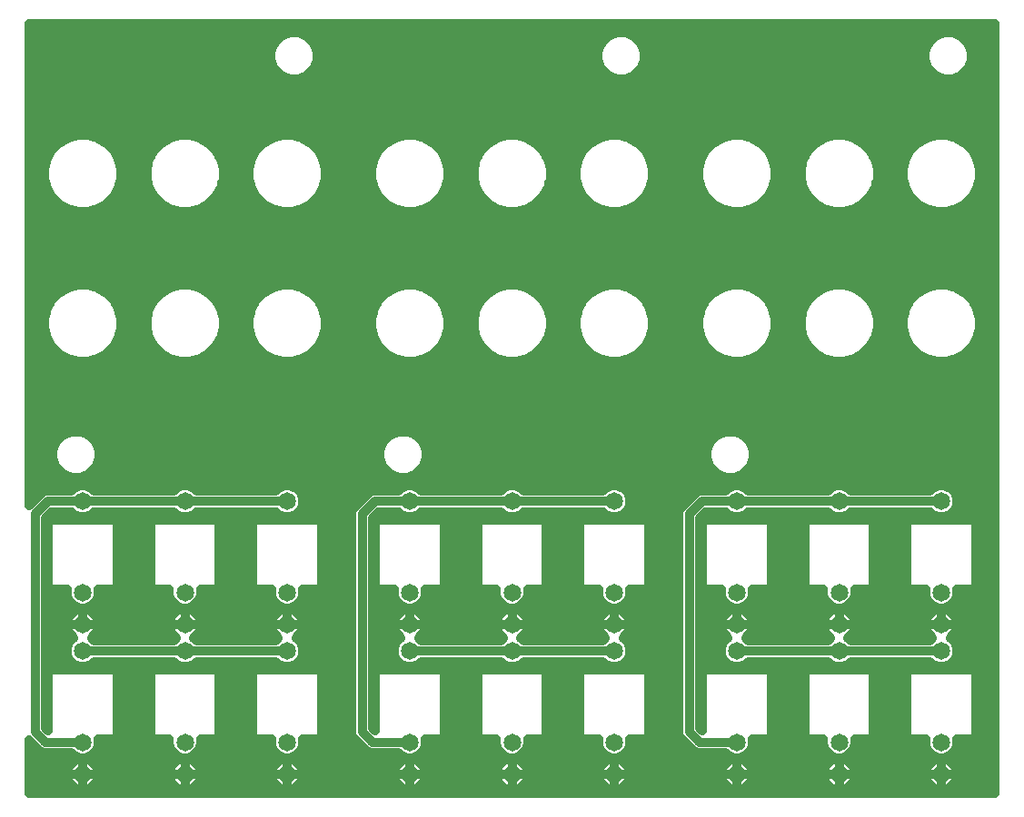
<source format=gtl>
G75*
%MOIN*%
%OFA0B0*%
%FSLAX24Y24*%
%IPPOS*%
%LPD*%
%AMOC8*
5,1,8,0,0,1.08239X$1,22.5*
%
%ADD10C,0.0650*%
%ADD11C,0.0320*%
D10*
X002510Y002871D03*
X002510Y004052D03*
X002510Y007399D03*
X002510Y008371D03*
X002510Y009552D03*
X002510Y012899D03*
X006260Y012899D03*
X006260Y009552D03*
X006260Y008371D03*
X006260Y007399D03*
X006260Y004052D03*
X006260Y002871D03*
X010010Y002871D03*
X010010Y004052D03*
X010010Y007399D03*
X010010Y008371D03*
X010010Y009552D03*
X010010Y012899D03*
X014510Y012899D03*
X014510Y009552D03*
X014510Y008371D03*
X014510Y007399D03*
X014510Y004052D03*
X014510Y002871D03*
X018260Y002871D03*
X018260Y004052D03*
X018260Y007399D03*
X018260Y008371D03*
X018260Y009552D03*
X018260Y012899D03*
X022010Y012899D03*
X022010Y009552D03*
X022010Y008371D03*
X022010Y007399D03*
X022010Y004052D03*
X022010Y002871D03*
X026510Y002871D03*
X026510Y004052D03*
X026510Y007399D03*
X026510Y008371D03*
X026510Y009552D03*
X026510Y012899D03*
X030260Y012899D03*
X030260Y009552D03*
X030260Y008371D03*
X030260Y007399D03*
X030260Y004052D03*
X030260Y002871D03*
X034010Y002871D03*
X034010Y004052D03*
X034010Y007399D03*
X034010Y008371D03*
X034010Y009552D03*
X034010Y012899D03*
D11*
X000530Y004123D02*
X000530Y002180D01*
X012260Y002180D01*
X024260Y002180D01*
X035990Y002180D01*
X035990Y030430D01*
X024260Y030430D01*
X024260Y002180D01*
X024260Y030430D01*
X012260Y030430D01*
X012260Y002180D01*
X012260Y030430D01*
X000530Y030430D01*
X000530Y012737D01*
X000545Y012752D01*
X001013Y013221D01*
X001153Y013279D01*
X002077Y013279D01*
X002184Y013386D01*
X002396Y013473D01*
X002624Y013473D01*
X002836Y013386D01*
X002943Y013279D01*
X005827Y013279D01*
X005934Y013386D01*
X006146Y013473D01*
X006374Y013473D01*
X006586Y013386D01*
X006693Y013279D01*
X009577Y013279D01*
X009684Y013386D01*
X009896Y013473D01*
X010124Y013473D01*
X010336Y013386D01*
X010497Y013224D01*
X010585Y013013D01*
X010585Y012784D01*
X010497Y012573D01*
X010336Y012411D01*
X010124Y012324D01*
X009896Y012324D01*
X009684Y012411D01*
X009577Y012519D01*
X006693Y012519D01*
X006586Y012411D01*
X006374Y012324D01*
X006146Y012324D01*
X005934Y012411D01*
X005827Y012519D01*
X002943Y012519D01*
X002836Y012411D01*
X002624Y012324D01*
X002396Y012324D01*
X002184Y012411D01*
X002077Y012519D01*
X001386Y012519D01*
X001140Y012273D01*
X001140Y004587D01*
X001248Y004480D01*
X001248Y006599D01*
X001341Y006692D01*
X003679Y006692D01*
X003772Y006599D01*
X003772Y004261D01*
X003679Y004168D01*
X003084Y004168D01*
X003085Y004166D01*
X003085Y003938D01*
X002997Y003726D01*
X002836Y003565D01*
X002624Y003477D01*
X002396Y003477D01*
X002184Y003565D01*
X002077Y003672D01*
X001062Y003672D01*
X000923Y003730D01*
X000545Y004108D01*
X000530Y004123D01*
X000530Y003889D02*
X000764Y003889D01*
X000530Y003571D02*
X002179Y003571D01*
X002286Y003413D02*
X002203Y003371D01*
X002129Y003317D01*
X002064Y003252D01*
X000530Y003252D01*
X000530Y002934D02*
X001928Y002934D01*
X001925Y002917D02*
X001925Y002871D01*
X002510Y002871D01*
X002510Y003456D01*
X002556Y003456D01*
X002647Y003441D01*
X002734Y003413D01*
X002817Y003371D01*
X002891Y003317D01*
X002956Y003252D01*
X005814Y003252D01*
X005760Y003177D01*
X005718Y003095D01*
X005690Y003008D01*
X005675Y002917D01*
X005675Y002871D01*
X006260Y002871D01*
X006260Y003456D01*
X006306Y003456D01*
X006397Y003441D01*
X006484Y003413D01*
X006567Y003371D01*
X006641Y003317D01*
X006706Y003252D01*
X009564Y003252D01*
X009510Y003177D01*
X009468Y003095D01*
X009440Y003008D01*
X009425Y002917D01*
X009425Y002871D01*
X010010Y002871D01*
X010010Y003456D01*
X010056Y003456D01*
X010147Y003441D01*
X010234Y003413D01*
X010317Y003371D01*
X010391Y003317D01*
X010456Y003252D01*
X012260Y003252D01*
X014064Y003252D01*
X014010Y003177D01*
X013968Y003095D01*
X013940Y003008D01*
X013925Y002917D01*
X013925Y002871D01*
X014510Y002871D01*
X014510Y003456D01*
X014556Y003456D01*
X014647Y003441D01*
X014734Y003413D01*
X014817Y003371D01*
X014891Y003317D01*
X014956Y003252D01*
X017814Y003252D01*
X017760Y003177D01*
X017718Y003095D01*
X017690Y003008D01*
X017675Y002917D01*
X017675Y002871D01*
X018260Y002871D01*
X018260Y003456D01*
X018306Y003456D01*
X018397Y003441D01*
X018484Y003413D01*
X018567Y003371D01*
X018641Y003317D01*
X018706Y003252D01*
X021564Y003252D01*
X021510Y003177D01*
X021468Y003095D01*
X021440Y003008D01*
X021425Y002917D01*
X021425Y002871D01*
X022010Y002871D01*
X022010Y003456D01*
X022056Y003456D01*
X022147Y003441D01*
X022234Y003413D01*
X022317Y003371D01*
X022391Y003317D01*
X022456Y003252D01*
X024260Y003252D01*
X026064Y003252D01*
X026010Y003177D01*
X025968Y003095D01*
X025940Y003008D01*
X025925Y002917D01*
X025925Y002871D01*
X026510Y002871D01*
X026510Y003456D01*
X026556Y003456D01*
X026647Y003441D01*
X026734Y003413D01*
X026817Y003371D01*
X026891Y003317D01*
X026956Y003252D01*
X029814Y003252D01*
X029760Y003177D01*
X029718Y003095D01*
X029690Y003008D01*
X029675Y002917D01*
X029675Y002871D01*
X030260Y002871D01*
X030260Y003456D01*
X030306Y003456D01*
X030397Y003441D01*
X030484Y003413D01*
X030567Y003371D01*
X030641Y003317D01*
X030706Y003252D01*
X033564Y003252D01*
X033510Y003177D01*
X033468Y003095D01*
X033440Y003008D01*
X033425Y002917D01*
X033425Y002871D01*
X034010Y002871D01*
X034010Y003456D01*
X034056Y003456D01*
X034147Y003441D01*
X034234Y003413D01*
X034317Y003371D01*
X034391Y003317D01*
X034456Y003252D01*
X035990Y003252D01*
X035990Y002934D02*
X034592Y002934D01*
X034595Y002917D02*
X034580Y003008D01*
X034552Y003095D01*
X034510Y003177D01*
X034456Y003252D01*
X034336Y003565D02*
X034124Y003477D01*
X033896Y003477D01*
X033684Y003565D01*
X033523Y003726D01*
X033435Y003938D01*
X033435Y004166D01*
X033436Y004168D01*
X032841Y004168D01*
X032748Y004261D01*
X032748Y006599D01*
X032841Y006692D01*
X035179Y006692D01*
X035272Y006599D01*
X035272Y004261D01*
X035179Y004168D01*
X034584Y004168D01*
X034585Y004166D01*
X034585Y003938D01*
X034497Y003726D01*
X034336Y003565D01*
X034341Y003571D02*
X035990Y003571D01*
X035990Y003889D02*
X034565Y003889D01*
X034010Y003456D02*
X034010Y002871D01*
X034010Y002871D01*
X034595Y002871D01*
X034595Y002917D01*
X034595Y002871D02*
X034010Y002871D01*
X034010Y002871D01*
X034010Y002871D01*
X033425Y002871D01*
X033425Y002825D01*
X033440Y002734D01*
X033468Y002646D01*
X033510Y002564D01*
X033564Y002490D01*
X033629Y002425D01*
X033703Y002371D01*
X033786Y002329D01*
X033873Y002301D01*
X033964Y002286D01*
X034010Y002286D01*
X034056Y002286D01*
X034147Y002301D01*
X034234Y002329D01*
X034317Y002371D01*
X034391Y002425D01*
X034456Y002490D01*
X034510Y002564D01*
X034552Y002646D01*
X034580Y002734D01*
X034595Y002825D01*
X034595Y002871D01*
X034536Y002615D02*
X035990Y002615D01*
X035990Y002297D02*
X034121Y002297D01*
X034010Y002297D02*
X034010Y002297D01*
X034010Y002286D02*
X034010Y002871D01*
X034010Y002871D01*
X034010Y002286D01*
X033899Y002297D02*
X030371Y002297D01*
X030397Y002301D02*
X030484Y002329D01*
X030567Y002371D01*
X030641Y002425D01*
X030706Y002490D01*
X030760Y002564D01*
X030802Y002646D01*
X030830Y002734D01*
X030845Y002825D01*
X030845Y002871D01*
X030845Y002917D01*
X030830Y003008D01*
X030802Y003095D01*
X030760Y003177D01*
X030706Y003252D01*
X030586Y003565D02*
X030747Y003726D01*
X030835Y003938D01*
X030835Y004166D01*
X030834Y004168D01*
X031429Y004168D01*
X031522Y004261D01*
X031522Y006599D01*
X031429Y006692D01*
X029091Y006692D01*
X028998Y006599D01*
X028998Y004261D01*
X029091Y004168D01*
X029686Y004168D01*
X029685Y004166D01*
X029685Y003938D01*
X029773Y003726D01*
X029934Y003565D01*
X030146Y003477D01*
X030374Y003477D01*
X030586Y003565D01*
X030591Y003571D02*
X033679Y003571D01*
X033786Y003413D02*
X033703Y003371D01*
X033629Y003317D01*
X033564Y003252D01*
X033786Y003413D02*
X033873Y003441D01*
X033964Y003456D01*
X034010Y003456D01*
X034010Y003252D02*
X034010Y003252D01*
X034010Y002934D02*
X034010Y002934D01*
X034010Y002615D02*
X034010Y002615D01*
X033484Y002615D02*
X030786Y002615D01*
X030845Y002871D02*
X030260Y002871D01*
X030260Y002871D01*
X030260Y003456D01*
X030214Y003456D01*
X030123Y003441D01*
X030036Y003413D01*
X029953Y003371D01*
X029879Y003317D01*
X029814Y003252D01*
X029929Y003571D02*
X026841Y003571D01*
X026836Y003565D02*
X026997Y003726D01*
X027085Y003938D01*
X027085Y004166D01*
X027084Y004168D01*
X027679Y004168D01*
X027772Y004261D01*
X027772Y006599D01*
X027679Y006692D01*
X025341Y006692D01*
X025248Y006599D01*
X025248Y004480D01*
X025140Y004587D01*
X025140Y012273D01*
X025386Y012519D01*
X026077Y012519D01*
X026184Y012411D01*
X026396Y012324D01*
X026624Y012324D01*
X026836Y012411D01*
X026943Y012519D01*
X029827Y012519D01*
X029934Y012411D01*
X030146Y012324D01*
X030374Y012324D01*
X030586Y012411D01*
X030693Y012519D01*
X033577Y012519D01*
X033684Y012411D01*
X033896Y012324D01*
X034124Y012324D01*
X034336Y012411D01*
X034497Y012573D01*
X034585Y012784D01*
X034585Y013013D01*
X034497Y013224D01*
X034336Y013386D01*
X034124Y013473D01*
X033896Y013473D01*
X033684Y013386D01*
X033577Y013279D01*
X030693Y013279D01*
X030586Y013386D01*
X030374Y013473D01*
X030146Y013473D01*
X029934Y013386D01*
X029827Y013279D01*
X026943Y013279D01*
X026836Y013386D01*
X026624Y013473D01*
X026396Y013473D01*
X026184Y013386D01*
X026077Y013279D01*
X025153Y013279D01*
X025013Y013221D01*
X024545Y012752D01*
X024438Y012645D01*
X024380Y012506D01*
X024380Y004354D01*
X024438Y004215D01*
X024545Y004108D01*
X024923Y003730D01*
X025062Y003672D01*
X026077Y003672D01*
X026184Y003565D01*
X026396Y003477D01*
X026624Y003477D01*
X026836Y003565D01*
X026956Y003252D02*
X027010Y003177D01*
X027052Y003095D01*
X027080Y003008D01*
X027095Y002917D01*
X027095Y002871D01*
X026510Y002871D01*
X026510Y002871D01*
X026510Y003456D01*
X026464Y003456D01*
X026373Y003441D01*
X026286Y003413D01*
X026203Y003371D01*
X026129Y003317D01*
X026064Y003252D01*
X026179Y003571D02*
X024260Y003571D01*
X022341Y003571D01*
X022336Y003565D02*
X022497Y003726D01*
X022585Y003938D01*
X022585Y004166D01*
X022584Y004168D01*
X023179Y004168D01*
X023272Y004261D01*
X023272Y006599D01*
X023179Y006692D01*
X020841Y006692D01*
X020748Y006599D01*
X020748Y004261D01*
X020841Y004168D01*
X021436Y004168D01*
X021435Y004166D01*
X021435Y003938D01*
X021523Y003726D01*
X021684Y003565D01*
X021896Y003477D01*
X022124Y003477D01*
X022336Y003565D01*
X022456Y003252D02*
X022510Y003177D01*
X022552Y003095D01*
X022580Y003008D01*
X022595Y002917D01*
X022595Y002871D01*
X022010Y002871D01*
X022010Y002871D01*
X022010Y003456D01*
X021964Y003456D01*
X021873Y003441D01*
X021786Y003413D01*
X021703Y003371D01*
X021629Y003317D01*
X021564Y003252D01*
X021679Y003571D02*
X018591Y003571D01*
X018586Y003565D02*
X018747Y003726D01*
X018835Y003938D01*
X018835Y004166D01*
X018834Y004168D01*
X019429Y004168D01*
X019522Y004261D01*
X019522Y006599D01*
X019429Y006692D01*
X017091Y006692D01*
X016998Y006599D01*
X016998Y004261D01*
X017091Y004168D01*
X017686Y004168D01*
X017685Y004166D01*
X017685Y003938D01*
X017773Y003726D01*
X017934Y003565D01*
X018146Y003477D01*
X018374Y003477D01*
X018586Y003565D01*
X018706Y003252D02*
X018760Y003177D01*
X018802Y003095D01*
X018830Y003008D01*
X018845Y002917D01*
X018845Y002871D01*
X018260Y002871D01*
X018260Y002871D01*
X018260Y003456D01*
X018214Y003456D01*
X018123Y003441D01*
X018036Y003413D01*
X017953Y003371D01*
X017879Y003317D01*
X017814Y003252D01*
X017929Y003571D02*
X014841Y003571D01*
X014836Y003565D02*
X014997Y003726D01*
X015085Y003938D01*
X015085Y004166D01*
X015084Y004168D01*
X015679Y004168D01*
X015772Y004261D01*
X015772Y006599D01*
X015679Y006692D01*
X013341Y006692D01*
X013248Y006599D01*
X013248Y004480D01*
X013140Y004587D01*
X013140Y012273D01*
X013386Y012519D01*
X014077Y012519D01*
X014184Y012411D01*
X014396Y012324D01*
X014624Y012324D01*
X014836Y012411D01*
X014943Y012519D01*
X017827Y012519D01*
X017934Y012411D01*
X018146Y012324D01*
X018374Y012324D01*
X018586Y012411D01*
X018693Y012519D01*
X021577Y012519D01*
X021684Y012411D01*
X021896Y012324D01*
X022124Y012324D01*
X022336Y012411D01*
X022497Y012573D01*
X022585Y012784D01*
X022585Y013013D01*
X022497Y013224D01*
X022336Y013386D01*
X022124Y013473D01*
X021896Y013473D01*
X021684Y013386D01*
X021577Y013279D01*
X018693Y013279D01*
X018586Y013386D01*
X018374Y013473D01*
X018146Y013473D01*
X017934Y013386D01*
X017827Y013279D01*
X014943Y013279D01*
X014836Y013386D01*
X014624Y013473D01*
X014396Y013473D01*
X014184Y013386D01*
X014077Y013279D01*
X013153Y013279D01*
X013013Y013221D01*
X012545Y012752D01*
X012438Y012645D01*
X012380Y012506D01*
X012380Y004354D01*
X012438Y004215D01*
X012545Y004108D01*
X012923Y003730D01*
X013062Y003672D01*
X014077Y003672D01*
X014184Y003565D01*
X014396Y003477D01*
X014624Y003477D01*
X014836Y003565D01*
X014956Y003252D02*
X015010Y003177D01*
X015052Y003095D01*
X015080Y003008D01*
X015095Y002917D01*
X015095Y002871D01*
X014510Y002871D01*
X014510Y002871D01*
X014510Y003456D01*
X014464Y003456D01*
X014373Y003441D01*
X014286Y003413D01*
X014203Y003371D01*
X014129Y003317D01*
X014064Y003252D01*
X014179Y003571D02*
X012260Y003571D01*
X010341Y003571D01*
X010336Y003565D02*
X010497Y003726D01*
X010585Y003938D01*
X010585Y004166D01*
X010584Y004168D01*
X011179Y004168D01*
X011272Y004261D01*
X011272Y006599D01*
X011179Y006692D01*
X008841Y006692D01*
X008748Y006599D01*
X008748Y004261D01*
X008841Y004168D01*
X009436Y004168D01*
X009435Y004166D01*
X009435Y003938D01*
X009523Y003726D01*
X009684Y003565D01*
X009896Y003477D01*
X010124Y003477D01*
X010336Y003565D01*
X010456Y003252D02*
X010510Y003177D01*
X010552Y003095D01*
X010580Y003008D01*
X010595Y002917D01*
X010595Y002871D01*
X010010Y002871D01*
X010010Y002871D01*
X010010Y003456D01*
X009964Y003456D01*
X009873Y003441D01*
X009786Y003413D01*
X009703Y003371D01*
X009629Y003317D01*
X009564Y003252D01*
X009679Y003571D02*
X006591Y003571D01*
X006586Y003565D02*
X006747Y003726D01*
X006835Y003938D01*
X006835Y004166D01*
X006834Y004168D01*
X007429Y004168D01*
X007522Y004261D01*
X007522Y006599D01*
X007429Y006692D01*
X005091Y006692D01*
X004998Y006599D01*
X004998Y004261D01*
X005091Y004168D01*
X005686Y004168D01*
X005685Y004166D01*
X005685Y003938D01*
X005773Y003726D01*
X005934Y003565D01*
X006146Y003477D01*
X006374Y003477D01*
X006586Y003565D01*
X006706Y003252D02*
X006760Y003177D01*
X006802Y003095D01*
X006830Y003008D01*
X006845Y002917D01*
X006845Y002871D01*
X006260Y002871D01*
X006260Y002871D01*
X006260Y003456D01*
X006214Y003456D01*
X006123Y003441D01*
X006036Y003413D01*
X005953Y003371D01*
X005879Y003317D01*
X005814Y003252D01*
X005929Y003571D02*
X002841Y003571D01*
X002956Y003252D02*
X003010Y003177D01*
X003052Y003095D01*
X003080Y003008D01*
X003095Y002917D01*
X003095Y002871D01*
X002510Y002871D01*
X002510Y002871D01*
X002510Y003456D01*
X002464Y003456D01*
X002373Y003441D01*
X002286Y003413D01*
X002064Y003252D02*
X002010Y003177D01*
X001968Y003095D01*
X001940Y003008D01*
X001925Y002917D01*
X001925Y002871D02*
X001925Y002825D01*
X001940Y002734D01*
X001968Y002646D01*
X002010Y002564D01*
X002064Y002490D01*
X002129Y002425D01*
X002203Y002371D01*
X002286Y002329D01*
X002373Y002301D01*
X002464Y002286D01*
X002510Y002286D01*
X002556Y002286D01*
X002647Y002301D01*
X002734Y002329D01*
X002817Y002371D01*
X002891Y002425D01*
X002956Y002490D01*
X003010Y002564D01*
X003052Y002646D01*
X003080Y002734D01*
X003095Y002825D01*
X003095Y002871D01*
X002510Y002871D01*
X002510Y002871D01*
X002510Y002871D01*
X001925Y002871D01*
X001984Y002615D02*
X000530Y002615D01*
X000530Y002297D02*
X002399Y002297D01*
X002510Y002297D02*
X002510Y002297D01*
X002510Y002286D02*
X002510Y002871D01*
X002510Y002871D01*
X002510Y002286D01*
X002621Y002297D02*
X006149Y002297D01*
X006123Y002301D02*
X006214Y002286D01*
X006260Y002286D01*
X006306Y002286D01*
X006397Y002301D01*
X006484Y002329D01*
X006567Y002371D01*
X006641Y002425D01*
X006706Y002490D01*
X006760Y002564D01*
X006802Y002646D01*
X006830Y002734D01*
X006845Y002825D01*
X006845Y002871D01*
X006260Y002871D01*
X006260Y002871D01*
X006260Y002871D01*
X005675Y002871D01*
X005675Y002825D01*
X005690Y002734D01*
X005718Y002646D01*
X005760Y002564D01*
X005814Y002490D01*
X005879Y002425D01*
X005953Y002371D01*
X006036Y002329D01*
X006123Y002301D01*
X006260Y002297D02*
X006260Y002297D01*
X006260Y002286D02*
X006260Y002871D01*
X006260Y002871D01*
X006260Y002286D01*
X006371Y002297D02*
X009899Y002297D01*
X009873Y002301D02*
X009964Y002286D01*
X010010Y002286D01*
X010056Y002286D01*
X010147Y002301D01*
X010234Y002329D01*
X010317Y002371D01*
X010391Y002425D01*
X010456Y002490D01*
X010510Y002564D01*
X010552Y002646D01*
X010580Y002734D01*
X010595Y002825D01*
X010595Y002871D01*
X010010Y002871D01*
X010010Y002871D01*
X010010Y002871D01*
X009425Y002871D01*
X009425Y002825D01*
X009440Y002734D01*
X009468Y002646D01*
X009510Y002564D01*
X009564Y002490D01*
X009629Y002425D01*
X009703Y002371D01*
X009786Y002329D01*
X009873Y002301D01*
X010010Y002297D02*
X010010Y002297D01*
X010010Y002286D02*
X010010Y002871D01*
X010010Y002871D01*
X010010Y002286D01*
X010121Y002297D02*
X012260Y002297D01*
X014399Y002297D01*
X014373Y002301D02*
X014464Y002286D01*
X014510Y002286D01*
X014556Y002286D01*
X014647Y002301D01*
X014734Y002329D01*
X014817Y002371D01*
X014891Y002425D01*
X014956Y002490D01*
X015010Y002564D01*
X015052Y002646D01*
X015080Y002734D01*
X015095Y002825D01*
X015095Y002871D01*
X014510Y002871D01*
X014510Y002871D01*
X014510Y002871D01*
X013925Y002871D01*
X013925Y002825D01*
X013940Y002734D01*
X013968Y002646D01*
X014010Y002564D01*
X014064Y002490D01*
X014129Y002425D01*
X014203Y002371D01*
X014286Y002329D01*
X014373Y002301D01*
X014510Y002297D02*
X014510Y002297D01*
X014510Y002286D02*
X014510Y002871D01*
X014510Y002871D01*
X014510Y002286D01*
X014621Y002297D02*
X018149Y002297D01*
X018123Y002301D02*
X018214Y002286D01*
X018260Y002286D01*
X018306Y002286D01*
X018397Y002301D01*
X018484Y002329D01*
X018567Y002371D01*
X018641Y002425D01*
X018706Y002490D01*
X018760Y002564D01*
X018802Y002646D01*
X018830Y002734D01*
X018845Y002825D01*
X018845Y002871D01*
X018260Y002871D01*
X018260Y002871D01*
X018260Y002871D01*
X017675Y002871D01*
X017675Y002825D01*
X017690Y002734D01*
X017718Y002646D01*
X017760Y002564D01*
X017814Y002490D01*
X017879Y002425D01*
X017953Y002371D01*
X018036Y002329D01*
X018123Y002301D01*
X018260Y002297D02*
X018260Y002297D01*
X018260Y002286D02*
X018260Y002871D01*
X018260Y002871D01*
X018260Y002286D01*
X018371Y002297D02*
X021899Y002297D01*
X021873Y002301D02*
X021964Y002286D01*
X022010Y002286D01*
X022056Y002286D01*
X022147Y002301D01*
X022234Y002329D01*
X022317Y002371D01*
X022391Y002425D01*
X022456Y002490D01*
X022510Y002564D01*
X022552Y002646D01*
X022580Y002734D01*
X022595Y002825D01*
X022595Y002871D01*
X022010Y002871D01*
X022010Y002871D01*
X022010Y002871D01*
X021425Y002871D01*
X021425Y002825D01*
X021440Y002734D01*
X021468Y002646D01*
X021510Y002564D01*
X021564Y002490D01*
X021629Y002425D01*
X021703Y002371D01*
X021786Y002329D01*
X021873Y002301D01*
X022010Y002297D02*
X022010Y002297D01*
X022010Y002286D02*
X022010Y002871D01*
X022010Y002871D01*
X022010Y002286D01*
X022121Y002297D02*
X024260Y002297D01*
X026399Y002297D01*
X026373Y002301D02*
X026464Y002286D01*
X026510Y002286D01*
X026556Y002286D01*
X026647Y002301D01*
X026734Y002329D01*
X026817Y002371D01*
X026891Y002425D01*
X026956Y002490D01*
X027010Y002564D01*
X027052Y002646D01*
X027080Y002734D01*
X027095Y002825D01*
X027095Y002871D01*
X026510Y002871D01*
X026510Y002871D01*
X026510Y002871D01*
X025925Y002871D01*
X025925Y002825D01*
X025940Y002734D01*
X025968Y002646D01*
X026010Y002564D01*
X026064Y002490D01*
X026129Y002425D01*
X026203Y002371D01*
X026286Y002329D01*
X026373Y002301D01*
X026510Y002297D02*
X026510Y002297D01*
X026510Y002286D02*
X026510Y002871D01*
X026510Y002871D01*
X026510Y002286D01*
X026621Y002297D02*
X030149Y002297D01*
X030123Y002301D02*
X030214Y002286D01*
X030260Y002286D01*
X030306Y002286D01*
X030397Y002301D01*
X030260Y002297D02*
X030260Y002297D01*
X030260Y002286D02*
X030260Y002871D01*
X030845Y002871D01*
X030842Y002934D02*
X033428Y002934D01*
X033455Y003889D02*
X030815Y003889D01*
X031469Y004208D02*
X032801Y004208D01*
X032748Y004526D02*
X031522Y004526D01*
X031522Y004845D02*
X032748Y004845D01*
X032748Y005163D02*
X031522Y005163D01*
X031522Y005482D02*
X032748Y005482D01*
X032748Y005800D02*
X031522Y005800D01*
X031522Y006119D02*
X032748Y006119D01*
X032748Y006437D02*
X031522Y006437D01*
X030693Y007019D02*
X033577Y007019D01*
X033684Y006911D01*
X033896Y006824D01*
X034124Y006824D01*
X034336Y006911D01*
X034497Y007073D01*
X034585Y007284D01*
X034585Y007513D01*
X034497Y007724D01*
X034336Y007885D01*
X034391Y007925D01*
X034456Y007990D01*
X034510Y008064D01*
X034552Y008146D01*
X034580Y008234D01*
X034595Y008325D01*
X034595Y008371D01*
X034595Y008417D01*
X034580Y008508D01*
X034552Y008595D01*
X034510Y008677D01*
X034456Y008752D01*
X034391Y008817D01*
X034317Y008871D01*
X034234Y008913D01*
X034147Y008941D01*
X034056Y008956D01*
X034010Y008956D01*
X033964Y008956D01*
X033873Y008941D01*
X033786Y008913D01*
X033703Y008871D01*
X033629Y008817D01*
X033564Y008752D01*
X033510Y008677D01*
X033468Y008595D01*
X033440Y008508D01*
X033425Y008417D01*
X033425Y008371D01*
X034010Y008371D01*
X034010Y008956D01*
X034010Y008371D01*
X034010Y008371D01*
X034010Y008371D01*
X034595Y008371D01*
X034010Y008371D01*
X034010Y008371D01*
X033425Y008371D01*
X033425Y008325D01*
X033440Y008234D01*
X033468Y008146D01*
X033510Y008064D01*
X033564Y007990D01*
X033629Y007925D01*
X033684Y007885D01*
X033577Y007779D01*
X030693Y007779D01*
X030586Y007885D01*
X030641Y007925D01*
X030706Y007990D01*
X030760Y008064D01*
X030802Y008146D01*
X030830Y008234D01*
X030845Y008325D01*
X030845Y008371D01*
X030845Y008417D01*
X030830Y008508D01*
X030802Y008595D01*
X030760Y008677D01*
X030706Y008752D01*
X030641Y008817D01*
X030567Y008871D01*
X030484Y008913D01*
X030397Y008941D01*
X030306Y008956D01*
X030260Y008956D01*
X030214Y008956D01*
X030123Y008941D01*
X030036Y008913D01*
X029953Y008871D01*
X029879Y008817D01*
X029814Y008752D01*
X029760Y008677D01*
X029718Y008595D01*
X029690Y008508D01*
X029675Y008417D01*
X029675Y008371D01*
X030260Y008371D01*
X030260Y008956D01*
X030260Y008371D01*
X030260Y008371D01*
X030845Y008371D01*
X030260Y008371D01*
X030260Y008371D01*
X030260Y008371D01*
X029675Y008371D01*
X029675Y008325D01*
X029690Y008234D01*
X029718Y008146D01*
X029760Y008064D01*
X029814Y007990D01*
X029879Y007925D01*
X029934Y007885D01*
X029827Y007779D01*
X026943Y007779D01*
X026836Y007885D01*
X026891Y007925D01*
X026956Y007990D01*
X027010Y008064D01*
X027052Y008146D01*
X027080Y008234D01*
X027095Y008325D01*
X027095Y008371D01*
X027095Y008417D01*
X027080Y008508D01*
X027052Y008595D01*
X027010Y008677D01*
X026956Y008752D01*
X026891Y008817D01*
X026817Y008871D01*
X026734Y008913D01*
X026647Y008941D01*
X026556Y008956D01*
X026510Y008956D01*
X026464Y008956D01*
X026373Y008941D01*
X026286Y008913D01*
X026203Y008871D01*
X026129Y008817D01*
X026064Y008752D01*
X026010Y008677D01*
X025968Y008595D01*
X025940Y008508D01*
X025925Y008417D01*
X025925Y008371D01*
X026510Y008371D01*
X026510Y008956D01*
X026510Y008371D01*
X026510Y008371D01*
X026510Y008371D01*
X027095Y008371D01*
X026510Y008371D01*
X026510Y008371D01*
X025925Y008371D01*
X025925Y008325D01*
X025940Y008234D01*
X025968Y008146D01*
X026010Y008064D01*
X026064Y007990D01*
X026129Y007925D01*
X026184Y007885D01*
X026023Y007724D01*
X025935Y007513D01*
X025935Y007284D01*
X026023Y007073D01*
X026184Y006911D01*
X026396Y006824D01*
X026624Y006824D01*
X026836Y006911D01*
X026943Y007019D01*
X029827Y007019D01*
X029934Y006911D01*
X030146Y006824D01*
X030374Y006824D01*
X030586Y006911D01*
X030693Y007019D01*
X030260Y007399D02*
X034010Y007399D01*
X034585Y007393D02*
X035990Y007393D01*
X035990Y007711D02*
X034503Y007711D01*
X034485Y008030D02*
X035990Y008030D01*
X035990Y008348D02*
X034595Y008348D01*
X034516Y008667D02*
X035990Y008667D01*
X035990Y008985D02*
X034143Y008985D01*
X034124Y008977D02*
X034336Y009065D01*
X034497Y009226D01*
X034585Y009438D01*
X034585Y009666D01*
X034584Y009668D01*
X035179Y009668D01*
X035272Y009761D01*
X035272Y012099D01*
X035179Y012192D01*
X032841Y012192D01*
X032748Y012099D01*
X032748Y009761D01*
X032841Y009668D01*
X033436Y009668D01*
X033435Y009666D01*
X033435Y009438D01*
X033523Y009226D01*
X033684Y009065D01*
X033896Y008977D01*
X034124Y008977D01*
X033877Y008985D02*
X030393Y008985D01*
X030374Y008977D02*
X030586Y009065D01*
X030747Y009226D01*
X030835Y009438D01*
X030835Y009666D01*
X030834Y009668D01*
X031429Y009668D01*
X031522Y009761D01*
X031522Y012099D01*
X031429Y012192D01*
X029091Y012192D01*
X028998Y012099D01*
X028998Y009761D01*
X029091Y009668D01*
X029686Y009668D01*
X029685Y009666D01*
X029685Y009438D01*
X029773Y009226D01*
X029934Y009065D01*
X030146Y008977D01*
X030374Y008977D01*
X030127Y008985D02*
X026643Y008985D01*
X026624Y008977D02*
X026836Y009065D01*
X026997Y009226D01*
X027085Y009438D01*
X027085Y009666D01*
X027084Y009668D01*
X027679Y009668D01*
X027772Y009761D01*
X027772Y012099D01*
X027679Y012192D01*
X025341Y012192D01*
X025248Y012099D01*
X025248Y009761D01*
X025341Y009668D01*
X025936Y009668D01*
X025935Y009666D01*
X025935Y009438D01*
X026023Y009226D01*
X026184Y009065D01*
X026396Y008977D01*
X026624Y008977D01*
X026377Y008985D02*
X025140Y008985D01*
X025140Y008667D02*
X026004Y008667D01*
X025925Y008348D02*
X025140Y008348D01*
X025140Y008030D02*
X026035Y008030D01*
X026017Y007711D02*
X025140Y007711D01*
X025140Y007393D02*
X025935Y007393D01*
X026022Y007074D02*
X025140Y007074D01*
X025140Y006756D02*
X035990Y006756D01*
X035990Y007074D02*
X034498Y007074D01*
X035272Y006437D02*
X035990Y006437D01*
X035990Y006119D02*
X035272Y006119D01*
X035272Y005800D02*
X035990Y005800D01*
X035990Y005482D02*
X035272Y005482D01*
X035272Y005163D02*
X035990Y005163D01*
X035990Y004845D02*
X035272Y004845D01*
X035272Y004526D02*
X035990Y004526D01*
X035990Y004208D02*
X035219Y004208D01*
X033535Y008030D02*
X030735Y008030D01*
X030845Y008348D02*
X033425Y008348D01*
X033504Y008667D02*
X030766Y008667D01*
X030260Y008667D02*
X030260Y008667D01*
X029754Y008667D02*
X027016Y008667D01*
X027095Y008348D02*
X029675Y008348D01*
X029785Y008030D02*
X026985Y008030D01*
X026510Y007399D02*
X030260Y007399D01*
X028998Y006437D02*
X027772Y006437D01*
X027772Y006119D02*
X028998Y006119D01*
X028998Y005800D02*
X027772Y005800D01*
X027772Y005482D02*
X028998Y005482D01*
X028998Y005163D02*
X027772Y005163D01*
X027772Y004845D02*
X028998Y004845D01*
X028998Y004526D02*
X027772Y004526D01*
X027719Y004208D02*
X029051Y004208D01*
X029705Y003889D02*
X027065Y003889D01*
X026510Y004052D02*
X025138Y004052D01*
X024760Y004430D01*
X024760Y012430D01*
X025229Y012899D01*
X026510Y012899D01*
X030260Y012899D01*
X034010Y012899D01*
X034538Y013126D02*
X035990Y013126D01*
X035990Y013444D02*
X034195Y013444D01*
X033825Y013444D02*
X030445Y013444D01*
X030075Y013444D02*
X026695Y013444D01*
X026325Y013444D02*
X024260Y013444D01*
X022195Y013444D01*
X021825Y013444D02*
X018445Y013444D01*
X018075Y013444D02*
X014695Y013444D01*
X014325Y013444D02*
X012260Y013444D01*
X010195Y013444D01*
X009825Y013444D02*
X006445Y013444D01*
X006075Y013444D02*
X002695Y013444D01*
X002325Y013444D02*
X000530Y013444D01*
X000530Y013126D02*
X000918Y013126D01*
X001229Y012899D02*
X000760Y012430D01*
X000760Y004430D01*
X001138Y004052D01*
X002510Y004052D01*
X003065Y003889D02*
X005705Y003889D01*
X005051Y004208D02*
X003719Y004208D01*
X003772Y004526D02*
X004998Y004526D01*
X004998Y004845D02*
X003772Y004845D01*
X003772Y005163D02*
X004998Y005163D01*
X004998Y005482D02*
X003772Y005482D01*
X003772Y005800D02*
X004998Y005800D01*
X004998Y006119D02*
X003772Y006119D01*
X003772Y006437D02*
X004998Y006437D01*
X005827Y007019D02*
X005934Y006911D01*
X006146Y006824D01*
X006374Y006824D01*
X006586Y006911D01*
X006693Y007019D01*
X009577Y007019D01*
X009684Y006911D01*
X009896Y006824D01*
X010124Y006824D01*
X010336Y006911D01*
X010497Y007073D01*
X010585Y007284D01*
X010585Y007513D01*
X010497Y007724D01*
X010336Y007885D01*
X010391Y007925D01*
X010456Y007990D01*
X010510Y008064D01*
X010552Y008146D01*
X010580Y008234D01*
X010595Y008325D01*
X010595Y008371D01*
X010595Y008417D01*
X010580Y008508D01*
X010552Y008595D01*
X010510Y008677D01*
X010456Y008752D01*
X010391Y008817D01*
X010317Y008871D01*
X010234Y008913D01*
X010147Y008941D01*
X010056Y008956D01*
X010010Y008956D01*
X009964Y008956D01*
X009873Y008941D01*
X009786Y008913D01*
X009703Y008871D01*
X009629Y008817D01*
X009564Y008752D01*
X009510Y008677D01*
X009468Y008595D01*
X009440Y008508D01*
X009425Y008417D01*
X009425Y008371D01*
X010010Y008371D01*
X010010Y008956D01*
X010010Y008371D01*
X010010Y008371D01*
X010010Y008371D01*
X010595Y008371D01*
X010010Y008371D01*
X010010Y008371D01*
X009425Y008371D01*
X009425Y008325D01*
X009440Y008234D01*
X009468Y008146D01*
X009510Y008064D01*
X009564Y007990D01*
X009629Y007925D01*
X009684Y007885D01*
X009577Y007779D01*
X006693Y007779D01*
X006586Y007885D01*
X006641Y007925D01*
X006706Y007990D01*
X006760Y008064D01*
X006802Y008146D01*
X006830Y008234D01*
X006845Y008325D01*
X006845Y008371D01*
X006845Y008417D01*
X006830Y008508D01*
X006802Y008595D01*
X006760Y008677D01*
X006706Y008752D01*
X006641Y008817D01*
X006567Y008871D01*
X006484Y008913D01*
X006397Y008941D01*
X006306Y008956D01*
X006260Y008956D01*
X006214Y008956D01*
X006123Y008941D01*
X006036Y008913D01*
X005953Y008871D01*
X005879Y008817D01*
X005814Y008752D01*
X005760Y008677D01*
X005718Y008595D01*
X005690Y008508D01*
X005675Y008417D01*
X005675Y008371D01*
X006260Y008371D01*
X006260Y008956D01*
X006260Y008371D01*
X006260Y008371D01*
X006845Y008371D01*
X006260Y008371D01*
X006260Y008371D01*
X006260Y008371D01*
X005675Y008371D01*
X005675Y008325D01*
X005690Y008234D01*
X005718Y008146D01*
X005760Y008064D01*
X005814Y007990D01*
X005879Y007925D01*
X005934Y007885D01*
X005827Y007779D01*
X002943Y007779D01*
X002836Y007885D01*
X002891Y007925D01*
X002956Y007990D01*
X003010Y008064D01*
X003052Y008146D01*
X003080Y008234D01*
X003095Y008325D01*
X003095Y008371D01*
X003095Y008417D01*
X003080Y008508D01*
X003052Y008595D01*
X003010Y008677D01*
X002956Y008752D01*
X002891Y008817D01*
X002817Y008871D01*
X002734Y008913D01*
X002647Y008941D01*
X002556Y008956D01*
X002510Y008956D01*
X002464Y008956D01*
X002373Y008941D01*
X002286Y008913D01*
X002203Y008871D01*
X002129Y008817D01*
X002064Y008752D01*
X002010Y008677D01*
X001968Y008595D01*
X001940Y008508D01*
X001925Y008417D01*
X001925Y008371D01*
X002510Y008371D01*
X002510Y008956D01*
X002510Y008371D01*
X002510Y008371D01*
X002510Y008371D01*
X003095Y008371D01*
X002510Y008371D01*
X002510Y008371D01*
X001925Y008371D01*
X001925Y008325D01*
X001940Y008234D01*
X001968Y008146D01*
X002010Y008064D01*
X002064Y007990D01*
X002129Y007925D01*
X002184Y007885D01*
X002023Y007724D01*
X001935Y007513D01*
X001935Y007284D01*
X002023Y007073D01*
X002184Y006911D01*
X002396Y006824D01*
X002624Y006824D01*
X002836Y006911D01*
X002943Y007019D01*
X005827Y007019D01*
X006260Y007399D02*
X010010Y007399D01*
X010585Y007393D02*
X012260Y007393D01*
X012380Y007393D01*
X012380Y007711D02*
X012260Y007711D01*
X010503Y007711D01*
X010485Y008030D02*
X012260Y008030D01*
X012380Y008030D01*
X012380Y008348D02*
X012260Y008348D01*
X010595Y008348D01*
X010516Y008667D02*
X012260Y008667D01*
X012380Y008667D01*
X012380Y008985D02*
X012260Y008985D01*
X010143Y008985D01*
X010124Y008977D02*
X010336Y009065D01*
X010497Y009226D01*
X010585Y009438D01*
X010585Y009666D01*
X010584Y009668D01*
X011179Y009668D01*
X011272Y009761D01*
X011272Y012099D01*
X011179Y012192D01*
X008841Y012192D01*
X008748Y012099D01*
X008748Y009761D01*
X008841Y009668D01*
X009436Y009668D01*
X009435Y009666D01*
X009435Y009438D01*
X009523Y009226D01*
X009684Y009065D01*
X009896Y008977D01*
X010124Y008977D01*
X009877Y008985D02*
X006393Y008985D01*
X006374Y008977D02*
X006586Y009065D01*
X006747Y009226D01*
X006835Y009438D01*
X006835Y009666D01*
X006834Y009668D01*
X007429Y009668D01*
X007522Y009761D01*
X007522Y012099D01*
X007429Y012192D01*
X005091Y012192D01*
X004998Y012099D01*
X004998Y009761D01*
X005091Y009668D01*
X005686Y009668D01*
X005685Y009666D01*
X005685Y009438D01*
X005773Y009226D01*
X005934Y009065D01*
X006146Y008977D01*
X006374Y008977D01*
X006127Y008985D02*
X002643Y008985D01*
X002624Y008977D02*
X002836Y009065D01*
X002997Y009226D01*
X003085Y009438D01*
X003085Y009666D01*
X003084Y009668D01*
X003679Y009668D01*
X003772Y009761D01*
X003772Y012099D01*
X003679Y012192D01*
X001341Y012192D01*
X001248Y012099D01*
X001248Y009761D01*
X001341Y009668D01*
X001936Y009668D01*
X001935Y009666D01*
X001935Y009438D01*
X002023Y009226D01*
X002184Y009065D01*
X002396Y008977D01*
X002624Y008977D01*
X002377Y008985D02*
X001140Y008985D01*
X001140Y008667D02*
X002004Y008667D01*
X001925Y008348D02*
X001140Y008348D01*
X001140Y008030D02*
X002035Y008030D01*
X002017Y007711D02*
X001140Y007711D01*
X001140Y007393D02*
X001935Y007393D01*
X002022Y007074D02*
X001140Y007074D01*
X001140Y006756D02*
X012260Y006756D01*
X012380Y006756D01*
X012380Y007074D02*
X012260Y007074D01*
X010498Y007074D01*
X011272Y006437D02*
X012260Y006437D01*
X012380Y006437D01*
X012380Y006119D02*
X012260Y006119D01*
X011272Y006119D01*
X011272Y005800D02*
X012260Y005800D01*
X012380Y005800D01*
X012380Y005482D02*
X012260Y005482D01*
X011272Y005482D01*
X011272Y005163D02*
X012260Y005163D01*
X012380Y005163D01*
X012380Y004845D02*
X012260Y004845D01*
X011272Y004845D01*
X011272Y004526D02*
X012260Y004526D01*
X012380Y004526D01*
X012445Y004208D02*
X012260Y004208D01*
X011219Y004208D01*
X010565Y003889D02*
X012260Y003889D01*
X012764Y003889D01*
X013138Y004052D02*
X012760Y004430D01*
X012760Y012430D01*
X013229Y012899D01*
X014510Y012899D01*
X018260Y012899D01*
X022010Y012899D01*
X022538Y013126D02*
X024260Y013126D01*
X024918Y013126D01*
X024600Y012807D02*
X024260Y012807D01*
X022585Y012807D01*
X022413Y012489D02*
X024260Y012489D01*
X024380Y012489D01*
X024545Y012752D02*
X024545Y012752D01*
X024380Y012170D02*
X024260Y012170D01*
X023201Y012170D01*
X023179Y012192D02*
X020841Y012192D01*
X020748Y012099D01*
X020748Y009761D01*
X020841Y009668D01*
X021436Y009668D01*
X021435Y009666D01*
X021435Y009438D01*
X021523Y009226D01*
X021684Y009065D01*
X021896Y008977D01*
X022124Y008977D01*
X022336Y009065D01*
X022497Y009226D01*
X022585Y009438D01*
X022585Y009666D01*
X022584Y009668D01*
X023179Y009668D01*
X023272Y009761D01*
X023272Y012099D01*
X023179Y012192D01*
X023272Y011852D02*
X024260Y011852D01*
X024380Y011852D01*
X024380Y011533D02*
X024260Y011533D01*
X023272Y011533D01*
X023272Y011215D02*
X024260Y011215D01*
X024380Y011215D01*
X024380Y010896D02*
X024260Y010896D01*
X023272Y010896D01*
X023272Y010578D02*
X024260Y010578D01*
X024380Y010578D01*
X024380Y010259D02*
X024260Y010259D01*
X023272Y010259D01*
X023272Y009941D02*
X024260Y009941D01*
X024380Y009941D01*
X024380Y009622D02*
X024260Y009622D01*
X022585Y009622D01*
X022529Y009304D02*
X024260Y009304D01*
X024380Y009304D01*
X024380Y008985D02*
X024260Y008985D01*
X022143Y008985D01*
X022147Y008941D02*
X022056Y008956D01*
X022010Y008956D01*
X021964Y008956D01*
X021873Y008941D01*
X021786Y008913D01*
X021703Y008871D01*
X021629Y008817D01*
X021564Y008752D01*
X021510Y008677D01*
X021468Y008595D01*
X021440Y008508D01*
X021425Y008417D01*
X021425Y008371D01*
X022010Y008371D01*
X022010Y008956D01*
X022010Y008371D01*
X022010Y008371D01*
X022010Y008371D01*
X022595Y008371D01*
X022595Y008417D01*
X022580Y008508D01*
X022552Y008595D01*
X022510Y008677D01*
X022456Y008752D01*
X022391Y008817D01*
X022317Y008871D01*
X022234Y008913D01*
X022147Y008941D01*
X021877Y008985D02*
X018393Y008985D01*
X018374Y008977D02*
X018586Y009065D01*
X018747Y009226D01*
X018835Y009438D01*
X018835Y009666D01*
X018834Y009668D01*
X019429Y009668D01*
X019522Y009761D01*
X019522Y012099D01*
X019429Y012192D01*
X017091Y012192D01*
X016998Y012099D01*
X016998Y009761D01*
X017091Y009668D01*
X017686Y009668D01*
X017685Y009666D01*
X017685Y009438D01*
X017773Y009226D01*
X017934Y009065D01*
X018146Y008977D01*
X018374Y008977D01*
X018397Y008941D02*
X018306Y008956D01*
X018260Y008956D01*
X018214Y008956D01*
X018123Y008941D01*
X018036Y008913D01*
X017953Y008871D01*
X017879Y008817D01*
X017814Y008752D01*
X017760Y008677D01*
X017718Y008595D01*
X017690Y008508D01*
X017675Y008417D01*
X017675Y008371D01*
X018260Y008371D01*
X018260Y008956D01*
X018260Y008371D01*
X018260Y008371D01*
X018845Y008371D01*
X018845Y008417D01*
X018830Y008508D01*
X018802Y008595D01*
X018760Y008677D01*
X018706Y008752D01*
X018641Y008817D01*
X018567Y008871D01*
X018484Y008913D01*
X018397Y008941D01*
X018127Y008985D02*
X014643Y008985D01*
X014624Y008977D02*
X014836Y009065D01*
X014997Y009226D01*
X015085Y009438D01*
X015085Y009666D01*
X015084Y009668D01*
X015679Y009668D01*
X015772Y009761D01*
X015772Y012099D01*
X015679Y012192D01*
X013341Y012192D01*
X013248Y012099D01*
X013248Y009761D01*
X013341Y009668D01*
X013936Y009668D01*
X013935Y009666D01*
X013935Y009438D01*
X014023Y009226D01*
X014184Y009065D01*
X014396Y008977D01*
X014624Y008977D01*
X014647Y008941D02*
X014556Y008956D01*
X014510Y008956D01*
X014464Y008956D01*
X014373Y008941D01*
X014286Y008913D01*
X014203Y008871D01*
X014129Y008817D01*
X014064Y008752D01*
X014010Y008677D01*
X013968Y008595D01*
X013940Y008508D01*
X013925Y008417D01*
X013925Y008371D01*
X014510Y008371D01*
X014510Y008956D01*
X014510Y008371D01*
X014510Y008371D01*
X014510Y008371D01*
X015095Y008371D01*
X015095Y008417D01*
X015080Y008508D01*
X015052Y008595D01*
X015010Y008677D01*
X014956Y008752D01*
X014891Y008817D01*
X014817Y008871D01*
X014734Y008913D01*
X014647Y008941D01*
X014377Y008985D02*
X013140Y008985D01*
X013140Y008667D02*
X014004Y008667D01*
X013925Y008371D02*
X013925Y008325D01*
X013940Y008234D01*
X013968Y008146D01*
X014010Y008064D01*
X014064Y007990D01*
X014129Y007925D01*
X014184Y007885D01*
X014023Y007724D01*
X013935Y007513D01*
X013935Y007284D01*
X014023Y007073D01*
X014184Y006911D01*
X014396Y006824D01*
X014624Y006824D01*
X014836Y006911D01*
X014943Y007019D01*
X017827Y007019D01*
X017934Y006911D01*
X018146Y006824D01*
X018374Y006824D01*
X018586Y006911D01*
X018693Y007019D01*
X021577Y007019D01*
X021684Y006911D01*
X021896Y006824D01*
X022124Y006824D01*
X022336Y006911D01*
X022497Y007073D01*
X022585Y007284D01*
X022585Y007513D01*
X022497Y007724D01*
X022336Y007885D01*
X022391Y007925D01*
X022456Y007990D01*
X022510Y008064D01*
X022552Y008146D01*
X022580Y008234D01*
X022595Y008325D01*
X022595Y008371D01*
X022010Y008371D01*
X022010Y008371D01*
X021425Y008371D01*
X021425Y008325D01*
X021440Y008234D01*
X021468Y008146D01*
X021510Y008064D01*
X021564Y007990D01*
X021629Y007925D01*
X021684Y007885D01*
X021577Y007779D01*
X018693Y007779D01*
X018586Y007885D01*
X018641Y007925D01*
X018706Y007990D01*
X018760Y008064D01*
X018802Y008146D01*
X018830Y008234D01*
X018845Y008325D01*
X018845Y008371D01*
X018260Y008371D01*
X018260Y008371D01*
X018260Y008371D01*
X017675Y008371D01*
X017675Y008325D01*
X017690Y008234D01*
X017718Y008146D01*
X017760Y008064D01*
X017814Y007990D01*
X017879Y007925D01*
X017934Y007885D01*
X017827Y007779D01*
X014943Y007779D01*
X014836Y007885D01*
X014891Y007925D01*
X014956Y007990D01*
X015010Y008064D01*
X015052Y008146D01*
X015080Y008234D01*
X015095Y008325D01*
X015095Y008371D01*
X014510Y008371D01*
X014510Y008371D01*
X013925Y008371D01*
X013925Y008348D02*
X013140Y008348D01*
X013140Y008030D02*
X014035Y008030D01*
X014017Y007711D02*
X013140Y007711D01*
X013140Y007393D02*
X013935Y007393D01*
X014022Y007074D02*
X013140Y007074D01*
X013140Y006756D02*
X024260Y006756D01*
X024380Y006756D01*
X024380Y007074D02*
X024260Y007074D01*
X022498Y007074D01*
X022585Y007393D02*
X024260Y007393D01*
X024380Y007393D01*
X024380Y007711D02*
X024260Y007711D01*
X022503Y007711D01*
X022485Y008030D02*
X024260Y008030D01*
X024380Y008030D01*
X024380Y008348D02*
X024260Y008348D01*
X022595Y008348D01*
X022516Y008667D02*
X024260Y008667D01*
X024380Y008667D01*
X025140Y009304D02*
X025991Y009304D01*
X025935Y009622D02*
X025140Y009622D01*
X025140Y009941D02*
X025248Y009941D01*
X025248Y010259D02*
X025140Y010259D01*
X025140Y010578D02*
X025248Y010578D01*
X025248Y010896D02*
X025140Y010896D01*
X025140Y011215D02*
X025248Y011215D01*
X025248Y011533D02*
X025140Y011533D01*
X025140Y011852D02*
X025248Y011852D01*
X025319Y012170D02*
X025140Y012170D01*
X025356Y012489D02*
X026107Y012489D01*
X026913Y012489D02*
X029857Y012489D01*
X030663Y012489D02*
X033607Y012489D01*
X034413Y012489D02*
X035990Y012489D01*
X035990Y012807D02*
X034585Y012807D01*
X035201Y012170D02*
X035990Y012170D01*
X035990Y011852D02*
X035272Y011852D01*
X035272Y011533D02*
X035990Y011533D01*
X035990Y011215D02*
X035272Y011215D01*
X035272Y010896D02*
X035990Y010896D01*
X035990Y010578D02*
X035272Y010578D01*
X035272Y010259D02*
X035990Y010259D01*
X035990Y009941D02*
X035272Y009941D01*
X034585Y009622D02*
X035990Y009622D01*
X035990Y009304D02*
X034529Y009304D01*
X034010Y008667D02*
X034010Y008667D01*
X033491Y009304D02*
X030779Y009304D01*
X030835Y009622D02*
X033435Y009622D01*
X032748Y009941D02*
X031522Y009941D01*
X031522Y010259D02*
X032748Y010259D01*
X032748Y010578D02*
X031522Y010578D01*
X031522Y010896D02*
X032748Y010896D01*
X032748Y011215D02*
X031522Y011215D01*
X031522Y011533D02*
X032748Y011533D01*
X032748Y011852D02*
X031522Y011852D01*
X031451Y012170D02*
X032819Y012170D01*
X029685Y009622D02*
X027085Y009622D01*
X027029Y009304D02*
X029741Y009304D01*
X028998Y009941D02*
X027772Y009941D01*
X027772Y010259D02*
X028998Y010259D01*
X028998Y010578D02*
X027772Y010578D01*
X027772Y010896D02*
X028998Y010896D01*
X028998Y011215D02*
X027772Y011215D01*
X027772Y011533D02*
X028998Y011533D01*
X028998Y011852D02*
X027772Y011852D01*
X027701Y012170D02*
X029069Y012170D01*
X026976Y014131D02*
X027105Y014442D01*
X027105Y014778D01*
X026976Y015089D01*
X026739Y015326D01*
X026428Y015455D01*
X026092Y015455D01*
X025781Y015326D01*
X025544Y015089D01*
X025415Y014778D01*
X025415Y014442D01*
X025544Y014131D01*
X025781Y013894D01*
X026092Y013765D01*
X026428Y013765D01*
X026739Y013894D01*
X026976Y014131D01*
X026926Y014081D02*
X035990Y014081D01*
X035990Y013763D02*
X024260Y013763D01*
X012260Y013763D01*
X000530Y013763D01*
X000530Y014081D02*
X001594Y014081D01*
X001544Y014131D02*
X001781Y013894D01*
X002092Y013765D01*
X002428Y013765D01*
X002739Y013894D01*
X002976Y014131D01*
X003105Y014442D01*
X003105Y014778D01*
X002976Y015089D01*
X002739Y015326D01*
X002428Y015455D01*
X002092Y015455D01*
X001781Y015326D01*
X001544Y015089D01*
X001415Y014778D01*
X001415Y014442D01*
X001544Y014131D01*
X001433Y014400D02*
X000530Y014400D01*
X000530Y014718D02*
X001415Y014718D01*
X001522Y015037D02*
X000530Y015037D01*
X000530Y015355D02*
X001851Y015355D01*
X002669Y015355D02*
X012260Y015355D01*
X013851Y015355D01*
X013781Y015326D02*
X013544Y015089D01*
X013415Y014778D01*
X013415Y014442D01*
X013544Y014131D01*
X013781Y013894D01*
X014092Y013765D01*
X014428Y013765D01*
X014739Y013894D01*
X014976Y014131D01*
X015105Y014442D01*
X015105Y014778D01*
X014976Y015089D01*
X014739Y015326D01*
X014428Y015455D01*
X014092Y015455D01*
X013781Y015326D01*
X013522Y015037D02*
X012260Y015037D01*
X002998Y015037D01*
X003105Y014718D02*
X012260Y014718D01*
X013415Y014718D01*
X013433Y014400D02*
X012260Y014400D01*
X003087Y014400D01*
X002926Y014081D02*
X012260Y014081D01*
X013594Y014081D01*
X012918Y013126D02*
X012260Y013126D01*
X010538Y013126D01*
X010585Y012807D02*
X012260Y012807D01*
X012600Y012807D01*
X012380Y012489D02*
X012260Y012489D01*
X010413Y012489D01*
X010010Y012899D02*
X006260Y012899D01*
X002510Y012899D01*
X001229Y012899D01*
X001356Y012489D02*
X002107Y012489D01*
X002913Y012489D02*
X005857Y012489D01*
X006663Y012489D02*
X009607Y012489D01*
X008819Y012170D02*
X007451Y012170D01*
X007522Y011852D02*
X008748Y011852D01*
X008748Y011533D02*
X007522Y011533D01*
X007522Y011215D02*
X008748Y011215D01*
X008748Y010896D02*
X007522Y010896D01*
X007522Y010578D02*
X008748Y010578D01*
X008748Y010259D02*
X007522Y010259D01*
X007522Y009941D02*
X008748Y009941D01*
X009435Y009622D02*
X006835Y009622D01*
X006779Y009304D02*
X009491Y009304D01*
X009504Y008667D02*
X006766Y008667D01*
X006845Y008348D02*
X009425Y008348D01*
X009535Y008030D02*
X006735Y008030D01*
X006260Y007399D02*
X002510Y007399D01*
X002985Y008030D02*
X005785Y008030D01*
X005675Y008348D02*
X003095Y008348D01*
X003016Y008667D02*
X005754Y008667D01*
X006260Y008667D02*
X006260Y008667D01*
X005741Y009304D02*
X003029Y009304D01*
X003085Y009622D02*
X005685Y009622D01*
X004998Y009941D02*
X003772Y009941D01*
X003772Y010259D02*
X004998Y010259D01*
X004998Y010578D02*
X003772Y010578D01*
X003772Y010896D02*
X004998Y010896D01*
X004998Y011215D02*
X003772Y011215D01*
X003772Y011533D02*
X004998Y011533D01*
X004998Y011852D02*
X003772Y011852D01*
X003701Y012170D02*
X005069Y012170D01*
X001935Y009622D02*
X001140Y009622D01*
X001140Y009304D02*
X001991Y009304D01*
X002510Y008667D02*
X002510Y008667D01*
X001248Y009941D02*
X001140Y009941D01*
X001140Y010259D02*
X001248Y010259D01*
X001248Y010578D02*
X001140Y010578D01*
X001140Y010896D02*
X001248Y010896D01*
X001248Y011215D02*
X001140Y011215D01*
X001140Y011533D02*
X001248Y011533D01*
X001248Y011852D02*
X001140Y011852D01*
X001140Y012170D02*
X001319Y012170D01*
X000600Y012807D02*
X000530Y012807D01*
X000530Y015674D02*
X012260Y015674D01*
X024260Y015674D01*
X035990Y015674D01*
X035990Y015992D02*
X024260Y015992D01*
X012260Y015992D01*
X000530Y015992D01*
X000530Y016311D02*
X012260Y016311D01*
X024260Y016311D01*
X035990Y016311D01*
X035990Y016629D02*
X024260Y016629D01*
X012260Y016629D01*
X000530Y016629D01*
X000530Y016948D02*
X012260Y016948D01*
X024260Y016948D01*
X035990Y016948D01*
X035990Y017266D02*
X024260Y017266D01*
X012260Y017266D01*
X000530Y017266D01*
X000530Y017585D02*
X012260Y017585D01*
X024260Y017585D01*
X035990Y017585D01*
X035990Y017903D02*
X024260Y017903D01*
X012260Y017903D01*
X000530Y017903D01*
X000530Y018222D02*
X001801Y018222D01*
X001650Y018309D02*
X001389Y018570D01*
X001204Y018889D01*
X001109Y019246D01*
X001109Y019614D01*
X001204Y019971D01*
X001389Y020290D01*
X001650Y020551D01*
X001969Y020736D01*
X002326Y020831D01*
X002694Y020831D01*
X003051Y020736D01*
X003370Y020551D01*
X003631Y020290D01*
X003816Y019971D01*
X003911Y019614D01*
X003911Y019246D01*
X003816Y018889D01*
X003631Y018570D01*
X003370Y018309D01*
X003051Y018124D01*
X002694Y018029D01*
X002326Y018029D01*
X001969Y018124D01*
X001650Y018309D01*
X001419Y018540D02*
X000530Y018540D01*
X000530Y018859D02*
X001222Y018859D01*
X001127Y019177D02*
X000530Y019177D01*
X000530Y019496D02*
X001109Y019496D01*
X001162Y019814D02*
X000530Y019814D01*
X000530Y020133D02*
X001298Y020133D01*
X001550Y020451D02*
X000530Y020451D01*
X000530Y020770D02*
X002096Y020770D01*
X002924Y020770D02*
X005846Y020770D01*
X005719Y020736D02*
X006076Y020831D01*
X006444Y020831D01*
X006801Y020736D01*
X007120Y020551D01*
X007381Y020290D01*
X007566Y019971D01*
X007661Y019614D01*
X007661Y019246D01*
X007566Y018889D01*
X007381Y018570D01*
X007120Y018309D01*
X006801Y018124D01*
X006444Y018029D01*
X006076Y018029D01*
X005719Y018124D01*
X005400Y018309D01*
X005139Y018570D01*
X004954Y018889D01*
X004859Y019246D01*
X004859Y019614D01*
X004954Y019971D01*
X005139Y020290D01*
X005400Y020551D01*
X005719Y020736D01*
X005300Y020451D02*
X003470Y020451D01*
X003722Y020133D02*
X005048Y020133D01*
X004912Y019814D02*
X003858Y019814D01*
X003911Y019496D02*
X004859Y019496D01*
X004877Y019177D02*
X003893Y019177D01*
X003798Y018859D02*
X004972Y018859D01*
X005169Y018540D02*
X003601Y018540D01*
X003219Y018222D02*
X005551Y018222D01*
X006969Y018222D02*
X009301Y018222D01*
X009150Y018309D02*
X009469Y018124D01*
X009826Y018029D01*
X010194Y018029D01*
X010551Y018124D01*
X010870Y018309D01*
X011131Y018570D01*
X011316Y018889D01*
X011411Y019246D01*
X011411Y019614D01*
X011316Y019971D01*
X011131Y020290D01*
X010870Y020551D01*
X010551Y020736D01*
X010194Y020831D01*
X009826Y020831D01*
X009469Y020736D01*
X009150Y020551D01*
X008889Y020290D01*
X008704Y019971D01*
X008609Y019614D01*
X008609Y019246D01*
X008704Y018889D01*
X008889Y018570D01*
X009150Y018309D01*
X008919Y018540D02*
X007351Y018540D01*
X007548Y018859D02*
X008722Y018859D01*
X008627Y019177D02*
X007643Y019177D01*
X007661Y019496D02*
X008609Y019496D01*
X008662Y019814D02*
X007608Y019814D01*
X007472Y020133D02*
X008798Y020133D01*
X009050Y020451D02*
X007220Y020451D01*
X006674Y020770D02*
X009596Y020770D01*
X010424Y020770D02*
X012260Y020770D01*
X014096Y020770D01*
X013969Y020736D02*
X013650Y020551D01*
X013389Y020290D01*
X013204Y019971D01*
X013109Y019614D01*
X013109Y019246D01*
X013204Y018889D01*
X013389Y018570D01*
X013650Y018309D01*
X013969Y018124D01*
X014326Y018029D01*
X014694Y018029D01*
X015051Y018124D01*
X015370Y018309D01*
X015631Y018570D01*
X015816Y018889D01*
X015911Y019246D01*
X015911Y019614D01*
X015816Y019971D01*
X015631Y020290D01*
X015370Y020551D01*
X015051Y020736D01*
X014694Y020831D01*
X014326Y020831D01*
X013969Y020736D01*
X013550Y020451D02*
X012260Y020451D01*
X010970Y020451D01*
X011222Y020133D02*
X012260Y020133D01*
X013298Y020133D01*
X013162Y019814D02*
X012260Y019814D01*
X011358Y019814D01*
X011411Y019496D02*
X012260Y019496D01*
X013109Y019496D01*
X013127Y019177D02*
X012260Y019177D01*
X011393Y019177D01*
X011298Y018859D02*
X012260Y018859D01*
X013222Y018859D01*
X013419Y018540D02*
X012260Y018540D01*
X011101Y018540D01*
X010719Y018222D02*
X012260Y018222D01*
X013801Y018222D01*
X015219Y018222D02*
X017551Y018222D01*
X017400Y018309D02*
X017719Y018124D01*
X018076Y018029D01*
X018444Y018029D01*
X018801Y018124D01*
X019120Y018309D01*
X019381Y018570D01*
X019566Y018889D01*
X019661Y019246D01*
X019661Y019614D01*
X019566Y019971D01*
X019381Y020290D01*
X019120Y020551D01*
X018801Y020736D01*
X018444Y020831D01*
X018076Y020831D01*
X017719Y020736D01*
X017400Y020551D01*
X017139Y020290D01*
X016954Y019971D01*
X016859Y019614D01*
X016859Y019246D01*
X016954Y018889D01*
X017139Y018570D01*
X017400Y018309D01*
X017169Y018540D02*
X015601Y018540D01*
X015798Y018859D02*
X016972Y018859D01*
X016877Y019177D02*
X015893Y019177D01*
X015911Y019496D02*
X016859Y019496D01*
X016912Y019814D02*
X015858Y019814D01*
X015722Y020133D02*
X017048Y020133D01*
X017300Y020451D02*
X015470Y020451D01*
X014924Y020770D02*
X017846Y020770D01*
X018674Y020770D02*
X021596Y020770D01*
X021469Y020736D02*
X021826Y020831D01*
X022194Y020831D01*
X022551Y020736D01*
X022870Y020551D01*
X023131Y020290D01*
X023316Y019971D01*
X023411Y019614D01*
X023411Y019246D01*
X023316Y018889D01*
X023131Y018570D01*
X022870Y018309D01*
X022551Y018124D01*
X022194Y018029D01*
X021826Y018029D01*
X021469Y018124D01*
X021150Y018309D01*
X020889Y018570D01*
X020704Y018889D01*
X020609Y019246D01*
X020609Y019614D01*
X020704Y019971D01*
X020889Y020290D01*
X021150Y020551D01*
X021469Y020736D01*
X021050Y020451D02*
X019220Y020451D01*
X019472Y020133D02*
X020798Y020133D01*
X020662Y019814D02*
X019608Y019814D01*
X019661Y019496D02*
X020609Y019496D01*
X020627Y019177D02*
X019643Y019177D01*
X019548Y018859D02*
X020722Y018859D01*
X020919Y018540D02*
X019351Y018540D01*
X018969Y018222D02*
X021301Y018222D01*
X022719Y018222D02*
X024260Y018222D01*
X025801Y018222D01*
X025650Y018309D02*
X025389Y018570D01*
X025204Y018889D01*
X025109Y019246D01*
X025109Y019614D01*
X025204Y019971D01*
X025389Y020290D01*
X025650Y020551D01*
X025969Y020736D01*
X026326Y020831D01*
X026694Y020831D01*
X027051Y020736D01*
X027370Y020551D01*
X027631Y020290D01*
X027816Y019971D01*
X027911Y019614D01*
X027911Y019246D01*
X027816Y018889D01*
X027631Y018570D01*
X027370Y018309D01*
X027051Y018124D01*
X026694Y018029D01*
X026326Y018029D01*
X025969Y018124D01*
X025650Y018309D01*
X025419Y018540D02*
X024260Y018540D01*
X023101Y018540D01*
X023298Y018859D02*
X024260Y018859D01*
X025222Y018859D01*
X025127Y019177D02*
X024260Y019177D01*
X023393Y019177D01*
X023411Y019496D02*
X024260Y019496D01*
X025109Y019496D01*
X025162Y019814D02*
X024260Y019814D01*
X023358Y019814D01*
X023222Y020133D02*
X024260Y020133D01*
X025298Y020133D01*
X025550Y020451D02*
X024260Y020451D01*
X022970Y020451D01*
X022424Y020770D02*
X024260Y020770D01*
X026096Y020770D01*
X026924Y020770D02*
X029846Y020770D01*
X029719Y020736D02*
X029400Y020551D01*
X029139Y020290D01*
X028954Y019971D01*
X028859Y019614D01*
X028859Y019246D01*
X028954Y018889D01*
X029139Y018570D01*
X029400Y018309D01*
X029719Y018124D01*
X030076Y018029D01*
X030444Y018029D01*
X030801Y018124D01*
X031120Y018309D01*
X031381Y018570D01*
X031566Y018889D01*
X031661Y019246D01*
X031661Y019614D01*
X031566Y019971D01*
X031381Y020290D01*
X031120Y020551D01*
X030801Y020736D01*
X030444Y020831D01*
X030076Y020831D01*
X029719Y020736D01*
X029300Y020451D02*
X027470Y020451D01*
X027722Y020133D02*
X029048Y020133D01*
X028912Y019814D02*
X027858Y019814D01*
X027911Y019496D02*
X028859Y019496D01*
X028877Y019177D02*
X027893Y019177D01*
X027798Y018859D02*
X028972Y018859D01*
X029169Y018540D02*
X027601Y018540D01*
X027219Y018222D02*
X029551Y018222D01*
X030969Y018222D02*
X033301Y018222D01*
X033150Y018309D02*
X033469Y018124D01*
X033826Y018029D01*
X034194Y018029D01*
X034551Y018124D01*
X034870Y018309D01*
X035131Y018570D01*
X035316Y018889D01*
X035411Y019246D01*
X035411Y019614D01*
X035316Y019971D01*
X035131Y020290D01*
X034870Y020551D01*
X034551Y020736D01*
X034194Y020831D01*
X033826Y020831D01*
X033469Y020736D01*
X033150Y020551D01*
X032889Y020290D01*
X032704Y019971D01*
X032609Y019614D01*
X032609Y019246D01*
X032704Y018889D01*
X032889Y018570D01*
X033150Y018309D01*
X032919Y018540D02*
X031351Y018540D01*
X031548Y018859D02*
X032722Y018859D01*
X032627Y019177D02*
X031643Y019177D01*
X031661Y019496D02*
X032609Y019496D01*
X032662Y019814D02*
X031608Y019814D01*
X031472Y020133D02*
X032798Y020133D01*
X033050Y020451D02*
X031220Y020451D01*
X030674Y020770D02*
X033596Y020770D01*
X034424Y020770D02*
X035990Y020770D01*
X035990Y021088D02*
X024260Y021088D01*
X012260Y021088D01*
X000530Y021088D01*
X000530Y021407D02*
X012260Y021407D01*
X024260Y021407D01*
X035990Y021407D01*
X035990Y021725D02*
X024260Y021725D01*
X012260Y021725D01*
X000530Y021725D01*
X000530Y022044D02*
X012260Y022044D01*
X024260Y022044D01*
X035990Y022044D01*
X035990Y022362D02*
X024260Y022362D01*
X012260Y022362D01*
X000530Y022362D01*
X000530Y022681D02*
X012260Y022681D01*
X024260Y022681D01*
X035990Y022681D01*
X035990Y022999D02*
X024260Y022999D01*
X012260Y022999D01*
X000530Y022999D01*
X000530Y023318D02*
X012260Y023318D01*
X024260Y023318D01*
X035990Y023318D01*
X035990Y023636D02*
X034571Y023636D01*
X034551Y023624D02*
X034870Y023809D01*
X035131Y024070D01*
X035316Y024389D01*
X035411Y024746D01*
X035411Y025114D01*
X035316Y025471D01*
X035131Y025790D01*
X034870Y026051D01*
X034551Y026236D01*
X034194Y026331D01*
X033826Y026331D01*
X033469Y026236D01*
X033150Y026051D01*
X032889Y025790D01*
X032704Y025471D01*
X032609Y025114D01*
X032609Y024746D01*
X032704Y024389D01*
X032889Y024070D01*
X033150Y023809D01*
X033469Y023624D01*
X033826Y023529D01*
X034194Y023529D01*
X034551Y023624D01*
X035016Y023955D02*
X035990Y023955D01*
X035990Y024273D02*
X035249Y024273D01*
X035370Y024592D02*
X035990Y024592D01*
X035990Y024910D02*
X035411Y024910D01*
X035381Y025229D02*
X035990Y025229D01*
X035990Y025547D02*
X035272Y025547D01*
X035056Y025866D02*
X035990Y025866D01*
X035990Y026184D02*
X034640Y026184D01*
X033380Y026184D02*
X030890Y026184D01*
X030801Y026236D02*
X030444Y026331D01*
X030076Y026331D01*
X029719Y026236D01*
X029400Y026051D01*
X029139Y025790D01*
X028954Y025471D01*
X028859Y025114D01*
X028859Y024746D01*
X028954Y024389D01*
X029139Y024070D01*
X029400Y023809D01*
X029719Y023624D01*
X030076Y023529D01*
X030444Y023529D01*
X030801Y023624D01*
X031120Y023809D01*
X031381Y024070D01*
X031566Y024389D01*
X031661Y024746D01*
X031661Y025114D01*
X031566Y025471D01*
X031381Y025790D01*
X031120Y026051D01*
X030801Y026236D01*
X031306Y025866D02*
X032964Y025866D01*
X032748Y025547D02*
X031522Y025547D01*
X031631Y025229D02*
X032639Y025229D01*
X032609Y024910D02*
X031661Y024910D01*
X031620Y024592D02*
X032650Y024592D01*
X032771Y024273D02*
X031499Y024273D01*
X031266Y023955D02*
X033004Y023955D01*
X033449Y023636D02*
X030821Y023636D01*
X029699Y023636D02*
X027071Y023636D01*
X027051Y023624D02*
X027370Y023809D01*
X027631Y024070D01*
X027816Y024389D01*
X027911Y024746D01*
X027911Y025114D01*
X027816Y025471D01*
X027631Y025790D01*
X027370Y026051D01*
X027051Y026236D01*
X026694Y026331D01*
X026326Y026331D01*
X025969Y026236D01*
X025650Y026051D01*
X025389Y025790D01*
X025204Y025471D01*
X025109Y025114D01*
X025109Y024746D01*
X025204Y024389D01*
X025389Y024070D01*
X025650Y023809D01*
X025969Y023624D01*
X026326Y023529D01*
X026694Y023529D01*
X027051Y023624D01*
X027516Y023955D02*
X029254Y023955D01*
X029021Y024273D02*
X027749Y024273D01*
X027870Y024592D02*
X028900Y024592D01*
X028859Y024910D02*
X027911Y024910D01*
X027881Y025229D02*
X028889Y025229D01*
X028998Y025547D02*
X027772Y025547D01*
X027556Y025866D02*
X029214Y025866D01*
X029630Y026184D02*
X027140Y026184D01*
X025880Y026184D02*
X024260Y026184D01*
X022640Y026184D01*
X022551Y026236D02*
X022194Y026331D01*
X021826Y026331D01*
X021469Y026236D01*
X021150Y026051D01*
X020889Y025790D01*
X020704Y025471D01*
X020609Y025114D01*
X020609Y024746D01*
X020704Y024389D01*
X020889Y024070D01*
X021150Y023809D01*
X021469Y023624D01*
X021826Y023529D01*
X022194Y023529D01*
X022551Y023624D01*
X022870Y023809D01*
X023131Y024070D01*
X023316Y024389D01*
X023411Y024746D01*
X023411Y025114D01*
X023316Y025471D01*
X023131Y025790D01*
X022870Y026051D01*
X022551Y026236D01*
X023056Y025866D02*
X024260Y025866D01*
X025464Y025866D01*
X025248Y025547D02*
X024260Y025547D01*
X023272Y025547D01*
X023381Y025229D02*
X024260Y025229D01*
X025139Y025229D01*
X025109Y024910D02*
X024260Y024910D01*
X023411Y024910D01*
X023370Y024592D02*
X024260Y024592D01*
X025150Y024592D01*
X025271Y024273D02*
X024260Y024273D01*
X023249Y024273D01*
X023016Y023955D02*
X024260Y023955D01*
X025504Y023955D01*
X025949Y023636D02*
X024260Y023636D01*
X022571Y023636D01*
X021449Y023636D02*
X018821Y023636D01*
X018801Y023624D02*
X019120Y023809D01*
X019381Y024070D01*
X019566Y024389D01*
X019661Y024746D01*
X019661Y025114D01*
X019566Y025471D01*
X019381Y025790D01*
X019120Y026051D01*
X018801Y026236D01*
X018444Y026331D01*
X018076Y026331D01*
X017719Y026236D01*
X017400Y026051D01*
X017139Y025790D01*
X016954Y025471D01*
X016859Y025114D01*
X016859Y024746D01*
X016954Y024389D01*
X017139Y024070D01*
X017400Y023809D01*
X017719Y023624D01*
X018076Y023529D01*
X018444Y023529D01*
X018801Y023624D01*
X019266Y023955D02*
X021004Y023955D01*
X020771Y024273D02*
X019499Y024273D01*
X019620Y024592D02*
X020650Y024592D01*
X020609Y024910D02*
X019661Y024910D01*
X019631Y025229D02*
X020639Y025229D01*
X020748Y025547D02*
X019522Y025547D01*
X019306Y025866D02*
X020964Y025866D01*
X021380Y026184D02*
X018890Y026184D01*
X017630Y026184D02*
X015140Y026184D01*
X015051Y026236D02*
X014694Y026331D01*
X014326Y026331D01*
X013969Y026236D01*
X013650Y026051D01*
X013389Y025790D01*
X013204Y025471D01*
X013109Y025114D01*
X013109Y024746D01*
X013204Y024389D01*
X013389Y024070D01*
X013650Y023809D01*
X013969Y023624D01*
X014326Y023529D01*
X014694Y023529D01*
X015051Y023624D01*
X015370Y023809D01*
X015631Y024070D01*
X015816Y024389D01*
X015911Y024746D01*
X015911Y025114D01*
X015816Y025471D01*
X015631Y025790D01*
X015370Y026051D01*
X015051Y026236D01*
X015556Y025866D02*
X017214Y025866D01*
X016998Y025547D02*
X015772Y025547D01*
X015881Y025229D02*
X016889Y025229D01*
X016859Y024910D02*
X015911Y024910D01*
X015870Y024592D02*
X016900Y024592D01*
X017021Y024273D02*
X015749Y024273D01*
X015516Y023955D02*
X017254Y023955D01*
X017699Y023636D02*
X015071Y023636D01*
X013949Y023636D02*
X012260Y023636D01*
X010571Y023636D01*
X010551Y023624D02*
X010870Y023809D01*
X011131Y024070D01*
X011316Y024389D01*
X011411Y024746D01*
X011411Y025114D01*
X011316Y025471D01*
X011131Y025790D01*
X010870Y026051D01*
X010551Y026236D01*
X010194Y026331D01*
X009826Y026331D01*
X009469Y026236D01*
X009150Y026051D01*
X008889Y025790D01*
X008704Y025471D01*
X008609Y025114D01*
X008609Y024746D01*
X008704Y024389D01*
X008889Y024070D01*
X009150Y023809D01*
X009469Y023624D01*
X009826Y023529D01*
X010194Y023529D01*
X010551Y023624D01*
X011016Y023955D02*
X012260Y023955D01*
X013504Y023955D01*
X013271Y024273D02*
X012260Y024273D01*
X011249Y024273D01*
X011370Y024592D02*
X012260Y024592D01*
X013150Y024592D01*
X013109Y024910D02*
X012260Y024910D01*
X011411Y024910D01*
X011381Y025229D02*
X012260Y025229D01*
X013139Y025229D01*
X013248Y025547D02*
X012260Y025547D01*
X011272Y025547D01*
X011056Y025866D02*
X012260Y025866D01*
X013464Y025866D01*
X013880Y026184D02*
X012260Y026184D01*
X010640Y026184D01*
X009380Y026184D02*
X006890Y026184D01*
X006801Y026236D02*
X006444Y026331D01*
X006076Y026331D01*
X005719Y026236D01*
X005400Y026051D01*
X005139Y025790D01*
X004954Y025471D01*
X004859Y025114D01*
X004859Y024746D01*
X004954Y024389D01*
X005139Y024070D01*
X005400Y023809D01*
X005719Y023624D01*
X006076Y023529D01*
X006444Y023529D01*
X006801Y023624D01*
X007120Y023809D01*
X007381Y024070D01*
X007566Y024389D01*
X007661Y024746D01*
X007661Y025114D01*
X007566Y025471D01*
X007381Y025790D01*
X007120Y026051D01*
X006801Y026236D01*
X007306Y025866D02*
X008964Y025866D01*
X008748Y025547D02*
X007522Y025547D01*
X007631Y025229D02*
X008639Y025229D01*
X008609Y024910D02*
X007661Y024910D01*
X007620Y024592D02*
X008650Y024592D01*
X008771Y024273D02*
X007499Y024273D01*
X007266Y023955D02*
X009004Y023955D01*
X009449Y023636D02*
X006821Y023636D01*
X005699Y023636D02*
X003071Y023636D01*
X003051Y023624D02*
X003370Y023809D01*
X003631Y024070D01*
X003816Y024389D01*
X003911Y024746D01*
X003911Y025114D01*
X003816Y025471D01*
X003631Y025790D01*
X003370Y026051D01*
X003051Y026236D01*
X002694Y026331D01*
X002326Y026331D01*
X001969Y026236D01*
X001650Y026051D01*
X001389Y025790D01*
X001204Y025471D01*
X001109Y025114D01*
X001109Y024746D01*
X001204Y024389D01*
X001389Y024070D01*
X001650Y023809D01*
X001969Y023624D01*
X002326Y023529D01*
X002694Y023529D01*
X003051Y023624D01*
X003516Y023955D02*
X005254Y023955D01*
X005021Y024273D02*
X003749Y024273D01*
X003870Y024592D02*
X004900Y024592D01*
X004859Y024910D02*
X003911Y024910D01*
X003881Y025229D02*
X004889Y025229D01*
X004998Y025547D02*
X003772Y025547D01*
X003556Y025866D02*
X005214Y025866D01*
X005630Y026184D02*
X003140Y026184D01*
X001880Y026184D02*
X000530Y026184D01*
X000530Y025866D02*
X001464Y025866D01*
X001248Y025547D02*
X000530Y025547D01*
X000530Y025229D02*
X001139Y025229D01*
X001109Y024910D02*
X000530Y024910D01*
X000530Y024592D02*
X001150Y024592D01*
X001271Y024273D02*
X000530Y024273D01*
X000530Y023955D02*
X001504Y023955D01*
X001949Y023636D02*
X000530Y023636D01*
X000530Y026503D02*
X012260Y026503D01*
X024260Y026503D01*
X035990Y026503D01*
X035990Y026821D02*
X024260Y026821D01*
X012260Y026821D01*
X000530Y026821D01*
X000530Y027140D02*
X012260Y027140D01*
X024260Y027140D01*
X035990Y027140D01*
X035990Y027458D02*
X024260Y027458D01*
X012260Y027458D01*
X000530Y027458D01*
X000530Y027777D02*
X012260Y027777D01*
X024260Y027777D01*
X035990Y027777D01*
X035990Y028095D02*
X024260Y028095D01*
X012260Y028095D01*
X000530Y028095D01*
X000530Y028414D02*
X010071Y028414D01*
X010092Y028405D02*
X010428Y028405D01*
X010739Y028534D01*
X010976Y028771D01*
X011105Y029082D01*
X011105Y029418D01*
X010976Y029729D01*
X010739Y029966D01*
X010428Y030095D01*
X010092Y030095D01*
X009781Y029966D01*
X009544Y029729D01*
X009415Y029418D01*
X009415Y029082D01*
X009544Y028771D01*
X009781Y028534D01*
X010092Y028405D01*
X010449Y028414D02*
X012260Y028414D01*
X022071Y028414D01*
X022092Y028405D02*
X022428Y028405D01*
X022739Y028534D01*
X022976Y028771D01*
X023105Y029082D01*
X023105Y029418D01*
X022976Y029729D01*
X022739Y029966D01*
X022428Y030095D01*
X022092Y030095D01*
X021781Y029966D01*
X021544Y029729D01*
X021415Y029418D01*
X021415Y029082D01*
X021544Y028771D01*
X021781Y028534D01*
X022092Y028405D01*
X022449Y028414D02*
X024260Y028414D01*
X034071Y028414D01*
X034092Y028405D02*
X034428Y028405D01*
X034739Y028534D01*
X034976Y028771D01*
X035105Y029082D01*
X035105Y029418D01*
X034976Y029729D01*
X034739Y029966D01*
X034428Y030095D01*
X034092Y030095D01*
X033781Y029966D01*
X033544Y029729D01*
X033415Y029418D01*
X033415Y029082D01*
X033544Y028771D01*
X033781Y028534D01*
X034092Y028405D01*
X034449Y028414D02*
X035990Y028414D01*
X035990Y028732D02*
X034937Y028732D01*
X035092Y029051D02*
X035990Y029051D01*
X035990Y029369D02*
X035105Y029369D01*
X034993Y029688D02*
X035990Y029688D01*
X035990Y030006D02*
X034643Y030006D01*
X033877Y030006D02*
X024260Y030006D01*
X022643Y030006D01*
X022993Y029688D02*
X024260Y029688D01*
X033527Y029688D01*
X033415Y029369D02*
X024260Y029369D01*
X023105Y029369D01*
X023092Y029051D02*
X024260Y029051D01*
X033428Y029051D01*
X033583Y028732D02*
X024260Y028732D01*
X022937Y028732D01*
X021583Y028732D02*
X012260Y028732D01*
X010937Y028732D01*
X011092Y029051D02*
X012260Y029051D01*
X021428Y029051D01*
X021415Y029369D02*
X012260Y029369D01*
X011105Y029369D01*
X010993Y029688D02*
X012260Y029688D01*
X021527Y029688D01*
X021877Y030006D02*
X012260Y030006D01*
X010643Y030006D01*
X009877Y030006D02*
X000530Y030006D01*
X000530Y029688D02*
X009527Y029688D01*
X009415Y029369D02*
X000530Y029369D01*
X000530Y029051D02*
X009428Y029051D01*
X009583Y028732D02*
X000530Y028732D01*
X000530Y030325D02*
X012260Y030325D01*
X024260Y030325D01*
X035990Y030325D01*
X035990Y020451D02*
X034970Y020451D01*
X035222Y020133D02*
X035990Y020133D01*
X035990Y019814D02*
X035358Y019814D01*
X035411Y019496D02*
X035990Y019496D01*
X035990Y019177D02*
X035393Y019177D01*
X035298Y018859D02*
X035990Y018859D01*
X035990Y018540D02*
X035101Y018540D01*
X034719Y018222D02*
X035990Y018222D01*
X035990Y015355D02*
X026669Y015355D01*
X026998Y015037D02*
X035990Y015037D01*
X035990Y014718D02*
X027105Y014718D01*
X027087Y014400D02*
X035990Y014400D01*
X026510Y008667D02*
X026510Y008667D01*
X025248Y006437D02*
X025140Y006437D01*
X025140Y006119D02*
X025248Y006119D01*
X025248Y005800D02*
X025140Y005800D01*
X025140Y005482D02*
X025248Y005482D01*
X025248Y005163D02*
X025140Y005163D01*
X025140Y004845D02*
X025248Y004845D01*
X025248Y004526D02*
X025201Y004526D01*
X024764Y003889D02*
X024260Y003889D01*
X022565Y003889D01*
X023219Y004208D02*
X024260Y004208D01*
X024445Y004208D01*
X024380Y004526D02*
X024260Y004526D01*
X023272Y004526D01*
X023272Y004845D02*
X024260Y004845D01*
X024380Y004845D01*
X024380Y005163D02*
X024260Y005163D01*
X023272Y005163D01*
X023272Y005482D02*
X024260Y005482D01*
X024380Y005482D01*
X024380Y005800D02*
X024260Y005800D01*
X023272Y005800D01*
X023272Y006119D02*
X024260Y006119D01*
X024380Y006119D01*
X024380Y006437D02*
X024260Y006437D01*
X023272Y006437D01*
X022010Y007399D02*
X018260Y007399D01*
X014510Y007399D01*
X014985Y008030D02*
X017785Y008030D01*
X017675Y008348D02*
X015095Y008348D01*
X015016Y008667D02*
X017754Y008667D01*
X018260Y008667D02*
X018260Y008667D01*
X018766Y008667D02*
X021504Y008667D01*
X021425Y008348D02*
X018845Y008348D01*
X018735Y008030D02*
X021535Y008030D01*
X022010Y008667D02*
X022010Y008667D01*
X021491Y009304D02*
X018779Y009304D01*
X018835Y009622D02*
X021435Y009622D01*
X020748Y009941D02*
X019522Y009941D01*
X019522Y010259D02*
X020748Y010259D01*
X020748Y010578D02*
X019522Y010578D01*
X019522Y010896D02*
X020748Y010896D01*
X020748Y011215D02*
X019522Y011215D01*
X019522Y011533D02*
X020748Y011533D01*
X020748Y011852D02*
X019522Y011852D01*
X019451Y012170D02*
X020819Y012170D01*
X021607Y012489D02*
X018663Y012489D01*
X017857Y012489D02*
X014913Y012489D01*
X014107Y012489D02*
X013356Y012489D01*
X013319Y012170D02*
X013140Y012170D01*
X013140Y011852D02*
X013248Y011852D01*
X013248Y011533D02*
X013140Y011533D01*
X013140Y011215D02*
X013248Y011215D01*
X013248Y010896D02*
X013140Y010896D01*
X013140Y010578D02*
X013248Y010578D01*
X013248Y010259D02*
X013140Y010259D01*
X013140Y009941D02*
X013248Y009941D01*
X013140Y009622D02*
X013935Y009622D01*
X013991Y009304D02*
X013140Y009304D01*
X012380Y009304D02*
X012260Y009304D01*
X010529Y009304D01*
X010585Y009622D02*
X012260Y009622D01*
X012380Y009622D01*
X012380Y009941D02*
X012260Y009941D01*
X011272Y009941D01*
X011272Y010259D02*
X012260Y010259D01*
X012380Y010259D01*
X012380Y010578D02*
X012260Y010578D01*
X011272Y010578D01*
X011272Y010896D02*
X012260Y010896D01*
X012380Y010896D01*
X012380Y011215D02*
X012260Y011215D01*
X011272Y011215D01*
X011272Y011533D02*
X012260Y011533D01*
X012380Y011533D01*
X012380Y011852D02*
X012260Y011852D01*
X011272Y011852D01*
X011201Y012170D02*
X012260Y012170D01*
X012380Y012170D01*
X014926Y014081D02*
X024260Y014081D01*
X025594Y014081D01*
X025433Y014400D02*
X024260Y014400D01*
X015087Y014400D01*
X015105Y014718D02*
X024260Y014718D01*
X025415Y014718D01*
X025522Y015037D02*
X024260Y015037D01*
X014998Y015037D01*
X014669Y015355D02*
X024260Y015355D01*
X025851Y015355D01*
X017685Y009622D02*
X015085Y009622D01*
X015029Y009304D02*
X017741Y009304D01*
X016998Y009941D02*
X015772Y009941D01*
X015772Y010259D02*
X016998Y010259D01*
X016998Y010578D02*
X015772Y010578D01*
X015772Y010896D02*
X016998Y010896D01*
X016998Y011215D02*
X015772Y011215D01*
X015772Y011533D02*
X016998Y011533D01*
X016998Y011852D02*
X015772Y011852D01*
X015701Y012170D02*
X017069Y012170D01*
X014510Y008667D02*
X014510Y008667D01*
X013248Y006437D02*
X013140Y006437D01*
X013140Y006119D02*
X013248Y006119D01*
X013248Y005800D02*
X013140Y005800D01*
X013140Y005482D02*
X013248Y005482D01*
X013248Y005163D02*
X013140Y005163D01*
X013140Y004845D02*
X013248Y004845D01*
X013248Y004526D02*
X013201Y004526D01*
X013138Y004052D02*
X014510Y004052D01*
X015065Y003889D02*
X017705Y003889D01*
X017051Y004208D02*
X015719Y004208D01*
X015772Y004526D02*
X016998Y004526D01*
X016998Y004845D02*
X015772Y004845D01*
X015772Y005163D02*
X016998Y005163D01*
X016998Y005482D02*
X015772Y005482D01*
X015772Y005800D02*
X016998Y005800D01*
X016998Y006119D02*
X015772Y006119D01*
X015772Y006437D02*
X016998Y006437D01*
X019522Y006437D02*
X020748Y006437D01*
X020748Y006119D02*
X019522Y006119D01*
X019522Y005800D02*
X020748Y005800D01*
X020748Y005482D02*
X019522Y005482D01*
X019522Y005163D02*
X020748Y005163D01*
X020748Y004845D02*
X019522Y004845D01*
X019522Y004526D02*
X020748Y004526D01*
X020801Y004208D02*
X019469Y004208D01*
X018815Y003889D02*
X021455Y003889D01*
X022010Y003252D02*
X022010Y003252D01*
X022010Y002934D02*
X022010Y002934D01*
X022010Y002615D02*
X022010Y002615D01*
X022536Y002615D02*
X024260Y002615D01*
X025984Y002615D01*
X025928Y002934D02*
X024260Y002934D01*
X022592Y002934D01*
X021484Y002615D02*
X018786Y002615D01*
X018842Y002934D02*
X021428Y002934D01*
X018260Y002934D02*
X018260Y002934D01*
X018260Y003252D02*
X018260Y003252D01*
X018260Y002615D02*
X018260Y002615D01*
X017734Y002615D02*
X015036Y002615D01*
X015092Y002934D02*
X017678Y002934D01*
X014510Y002934D02*
X014510Y002934D01*
X014510Y003252D02*
X014510Y003252D01*
X014510Y002615D02*
X014510Y002615D01*
X013984Y002615D02*
X012260Y002615D01*
X010536Y002615D01*
X010592Y002934D02*
X012260Y002934D01*
X013928Y002934D01*
X010010Y002934D02*
X010010Y002934D01*
X010010Y003252D02*
X010010Y003252D01*
X010010Y002615D02*
X010010Y002615D01*
X009484Y002615D02*
X006786Y002615D01*
X006842Y002934D02*
X009428Y002934D01*
X009455Y003889D02*
X006815Y003889D01*
X007469Y004208D02*
X008801Y004208D01*
X008748Y004526D02*
X007522Y004526D01*
X007522Y004845D02*
X008748Y004845D01*
X008748Y005163D02*
X007522Y005163D01*
X007522Y005482D02*
X008748Y005482D01*
X008748Y005800D02*
X007522Y005800D01*
X007522Y006119D02*
X008748Y006119D01*
X008748Y006437D02*
X007522Y006437D01*
X010010Y008667D02*
X010010Y008667D01*
X006260Y003252D02*
X006260Y003252D01*
X006260Y002934D02*
X006260Y002934D01*
X006260Y002615D02*
X006260Y002615D01*
X005734Y002615D02*
X003036Y002615D01*
X003092Y002934D02*
X005678Y002934D01*
X002510Y002934D02*
X002510Y002934D01*
X002510Y003252D02*
X002510Y003252D01*
X002510Y002615D02*
X002510Y002615D01*
X001248Y004526D02*
X001201Y004526D01*
X001248Y004845D02*
X001140Y004845D01*
X001140Y005163D02*
X001248Y005163D01*
X001248Y005482D02*
X001140Y005482D01*
X001140Y005800D02*
X001248Y005800D01*
X001248Y006119D02*
X001140Y006119D01*
X001140Y006437D02*
X001248Y006437D01*
X026510Y003252D02*
X026510Y003252D01*
X026510Y002934D02*
X026510Y002934D01*
X026510Y002615D02*
X026510Y002615D01*
X027036Y002615D02*
X029734Y002615D01*
X029718Y002646D02*
X029760Y002564D01*
X029814Y002490D01*
X029879Y002425D01*
X029953Y002371D01*
X030036Y002329D01*
X030123Y002301D01*
X030260Y002286D02*
X030260Y002871D01*
X030260Y002871D01*
X030260Y002871D01*
X029675Y002871D01*
X029675Y002825D01*
X029690Y002734D01*
X029718Y002646D01*
X029678Y002934D02*
X027092Y002934D01*
X030260Y002934D02*
X030260Y002934D01*
X030260Y002871D02*
X030260Y002871D01*
X030260Y002615D02*
X030260Y002615D01*
X030260Y003252D02*
X030260Y003252D01*
M02*

</source>
